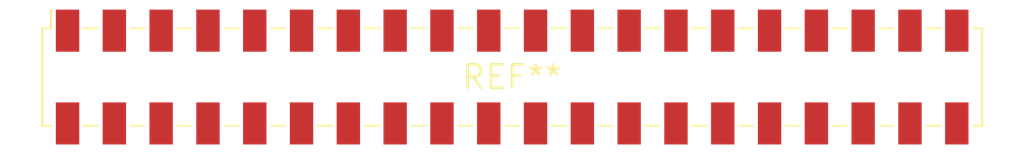
<source format=kicad_pcb>
(kicad_pcb (version 20240108) (generator pcbnew)
  (layers (0 "F.Cu" signal) (31 "B.Cu" signal) (34 "B.Paste" user) (35 "F.Paste" user) (36 "B.SilkS" user "B.Silkscreen") (37 "F.SilkS" user "F.Silkscreen") (38 "B.Mask" user) (39 "F.Mask" user) (44 "Edge.Cuts" user))
  (net 0 "")
  (footprint "Samtec_HLE-120-02-xxx-DV_2x20_P2.54mm_Horizontal" (layer "F.Cu") (at 0 0)
    (property "Reference" "REF**")
    (property "Value" "Samtec_HLE-120-02-xxx-DV_2x20_P2.54mm_Horizontal")
    (fp_line (start -25.51 -2.65) (end -25.51 2.65) (layer "F.SilkS") (stroke (width 0.12)))
    (fp_line (start -25.51 2.65) (end -25.025 2.65) (layer "F.SilkS") (stroke (width 0.12)))
    (fp_line (start -25.025 -3.67) (end -25.025 -2.65) (layer "F.SilkS") (stroke (width 0.12)))
    (fp_line (start -25.025 -2.65) (end -25.51 -2.65) (layer "F.SilkS") (stroke (width 0.12)))
    (fp_line (start -23.235 -2.65) (end -22.485 -2.65) (layer "F.SilkS") (stroke (width 0.12)))
    (fp_line (start -23.235 2.65) (end -22.485 2.65) (layer "F.SilkS") (stroke (width 0.12)))
    (fp_line (start -20.695 -2.65) (end -19.945 -2.65) (layer "F.SilkS") (stroke (width 0.12)))
    (fp_line (start -20.695 2.65) (end -19.945 2.65) (layer "F.SilkS") (stroke (width 0.12)))
    (fp_line (start -18.155 -2.65) (end -17.405 -2.65) (layer "F.SilkS") (stroke (width 0.12)))
    (fp_line (start -18.155 2.65) (end -17.405 2.65) (layer "F.SilkS") (stroke (width 0.12)))
    (fp_line (start -15.615 -2.65) (end -14.865 -2.65) (layer "F.SilkS") (stroke (width 0.12)))
    (fp_line (start -15.615 2.65) (end -14.865 2.65) (layer "F.SilkS") (stroke (width 0.12)))
    (fp_line (start -13.075 -2.65) (end -12.325 -2.65) (layer "F.SilkS") (stroke (width 0.12)))
    (fp_line (start -13.075 2.65) (end -12.325 2.65) (layer "F.SilkS") (stroke (width 0.12)))
    (fp_line (start -10.535 -2.65) (end -9.785 -2.65) (layer "F.SilkS") (stroke (width 0.12)))
    (fp_line (start -10.535 2.65) (end -9.785 2.65) (layer "F.SilkS") (stroke (width 0.12)))
    (fp_line (start -7.995 -2.65) (end -7.245 -2.65) (layer "F.SilkS") (stroke (width 0.12)))
    (fp_line (start -7.995 2.65) (end -7.245 2.65) (layer "F.SilkS") (stroke (width 0.12)))
    (fp_line (start -5.455 -2.65) (end -4.705 -2.65) (layer "F.SilkS") (stroke (width 0.12)))
    (fp_line (start -5.455 2.65) (end -4.705 2.65) (layer "F.SilkS") (stroke (width 0.12)))
    (fp_line (start -2.915 -2.65) (end -2.165 -2.65) (layer "F.SilkS") (stroke (width 0.12)))
    (fp_line (start -2.915 2.65) (end -2.165 2.65) (layer "F.SilkS") (stroke (width 0.12)))
    (fp_line (start -0.375 -2.65) (end 0.375 -2.65) (layer "F.SilkS") (stroke (width 0.12)))
    (fp_line (start -0.375 2.65) (end 0.375 2.65) (layer "F.SilkS") (stroke (width 0.12)))
    (fp_line (start 2.165 -2.65) (end 2.915 -2.65) (layer "F.SilkS") (stroke (width 0.12)))
    (fp_line (start 2.165 2.65) (end 2.915 2.65) (layer "F.SilkS") (stroke (width 0.12)))
    (fp_line (start 4.705 -2.65) (end 5.455 -2.65) (layer "F.SilkS") (stroke (width 0.12)))
    (fp_line (start 4.705 2.65) (end 5.455 2.65) (layer "F.SilkS") (stroke (width 0.12)))
    (fp_line (start 7.245 -2.65) (end 7.995 -2.65) (layer "F.SilkS") (stroke (width 0.12)))
    (fp_line (start 7.245 2.65) (end 7.995 2.65) (layer "F.SilkS") (stroke (width 0.12)))
    (fp_line (start 9.785 -2.65) (end 10.535 -2.65) (layer "F.SilkS") (stroke (width 0.12)))
    (fp_line (start 9.785 2.65) (end 10.535 2.65) (layer "F.SilkS") (stroke (width 0.12)))
    (fp_line (start 12.325 -2.65) (end 13.075 -2.65) (layer "F.SilkS") (stroke (width 0.12)))
    (fp_line (start 12.325 2.65) (end 13.075 2.65) (layer "F.SilkS") (stroke (width 0.12)))
    (fp_line (start 14.865 -2.65) (end 15.615 -2.65) (layer "F.SilkS") (stroke (width 0.12)))
    (fp_line (start 14.865 2.65) (end 15.615 2.65) (layer "F.SilkS") (stroke (width 0.12)))
    (fp_line (start 17.405 -2.65) (end 18.155 -2.65) (layer "F.SilkS") (stroke (width 0.12)))
    (fp_line (start 17.405 2.65) (end 18.155 2.65) (layer "F.SilkS") (stroke (width 0.12)))
    (fp_line (start 19.945 -2.65) (end 20.695 -2.65) (layer "F.SilkS") (stroke (width 0.12)))
    (fp_line (start 19.945 2.65) (end 20.695 2.65) (layer "F.SilkS") (stroke (width 0.12)))
    (fp_line (start 22.485 -2.65) (end 23.235 -2.65) (layer "F.SilkS") (stroke (width 0.12)))
    (fp_line (start 22.485 2.65) (end 23.235 2.65) (layer "F.SilkS") (stroke (width 0.12)))
    (fp_line (start 25.025 -2.65) (end 25.51 -2.65) (layer "F.SilkS") (stroke (width 0.12)))
    (fp_line (start 25.51 -2.65) (end 25.51 2.65) (layer "F.SilkS") (stroke (width 0.12)))
    (fp_line (start 25.51 2.65) (end 25.025 2.65) (layer "F.SilkS") (stroke (width 0.12)))
    (pad "1" smd rect (at -24.13 -2.525) (size 1.27 2.29) (layers "F.Cu" "F.Paste" "F.Mask"))
    (pad "2" smd rect (at -24.13 2.525) (size 1.27 2.29) (layers "F.Cu" "F.Paste" "F.Mask"))
    (pad "3" smd rect (at -21.59 -2.525) (size 1.27 2.29) (layers "F.Cu" "F.Paste" "F.Mask"))
    (pad "4" smd rect (at -21.59 2.525) (size 1.27 2.29) (layers "F.Cu" "F.Paste" "F.Mask"))
    (pad "5" smd rect (at -19.05 -2.525) (size 1.27 2.29) (layers "F.Cu" "F.Paste" "F.Mask"))
    (pad "6" smd rect (at -19.05 2.525) (size 1.27 2.29) (layers "F.Cu" "F.Paste" "F.Mask"))
    (pad "7" smd rect (at -16.51 -2.525) (size 1.27 2.29) (layers "F.Cu" "F.Paste" "F.Mask"))
    (pad "8" smd rect (at -16.51 2.525) (size 1.27 2.29) (layers "F.Cu" "F.Paste" "F.Mask"))
    (pad "9" smd rect (at -13.97 -2.525) (size 1.27 2.29) (layers "F.Cu" "F.Paste" "F.Mask"))
    (pad "10" smd rect (at -13.97 2.525) (size 1.27 2.29) (layers "F.Cu" "F.Paste" "F.Mask"))
    (pad "11" smd rect (at -11.43 -2.525) (size 1.27 2.29) (layers "F.Cu" "F.Paste" "F.Mask"))
    (pad "12" smd rect (at -11.43 2.525) (size 1.27 2.29) (layers "F.Cu" "F.Paste" "F.Mask"))
    (pad "13" smd rect (at -8.89 -2.525) (size 1.27 2.29) (layers "F.Cu" "F.Paste" "F.Mask"))
    (pad "14" smd rect (at -8.89 2.525) (size 1.27 2.29) (layers "F.Cu" "F.Paste" "F.Mask"))
    (pad "15" smd rect (at -6.35 -2.525) (size 1.27 2.29) (layers "F.Cu" "F.Paste" "F.Mask"))
    (pad "16" smd rect (at -6.35 2.525) (size 1.27 2.29) (layers "F.Cu" "F.Paste" "F.Mask"))
    (pad "17" smd rect (at -3.81 -2.525) (size 1.27 2.29) (layers "F.Cu" "F.Paste" "F.Mask"))
    (pad "18" smd rect (at -3.81 2.525) (size 1.27 2.29) (layers "F.Cu" "F.Paste" "F.Mask"))
    (pad "19" smd rect (at -1.27 -2.525) (size 1.27 2.29) (layers "F.Cu" "F.Paste" "F.Mask"))
    (pad "20" smd rect (at -1.27 2.525) (size 1.27 2.29) (layers "F.Cu" "F.Paste" "F.Mask"))
    (pad "21" smd rect (at 1.27 -2.525) (size 1.27 2.29) (layers "F.Cu" "F.Paste" "F.Mask"))
    (pad "22" smd rect (at 1.27 2.525) (size 1.27 2.29) (layers "F.Cu" "F.Paste" "F.Mask"))
    (pad "23" smd rect (at 3.81 -2.525) (size 1.27 2.29) (layers "F.Cu" "F.Paste" "F.Mask"))
    (pad "24" smd rect (at 3.81 2.525) (size 1.27 2.29) (layers "F.Cu" "F.Paste" "F.Mask"))
    (pad "25" smd rect (at 6.35 -2.525) (size 1.27 2.29) (layers "F.Cu" "F.Paste" "F.Mask"))
    (pad "26" smd rect (at 6.35 2.525) (size 1.27 2.29) (layers "F.Cu" "F.Paste" "F.Mask"))
    (pad "27" smd rect (at 8.89 -2.525) (size 1.27 2.29) (layers "F.Cu" "F.Paste" "F.Mask"))
    (pad "28" smd rect (at 8.89 2.525) (size 1.27 2.29) (layers "F.Cu" "F.Paste" "F.Mask"))
    (pad "29" smd rect (at 11.43 -2.525) (size 1.27 2.29) (layers "F.Cu" "F.Paste" "F.Mask"))
    (pad "30" smd rect (at 11.43 2.525) (size 1.27 2.29) (layers "F.Cu" "F.Paste" "F.Mask"))
    (pad "31" smd rect (at 13.97 -2.525) (size 1.27 2.29) (layers "F.Cu" "F.Paste" "F.Mask"))
    (pad "32" smd rect (at 13.97 2.525) (size 1.27 2.29) (layers "F.Cu" "F.Paste" "F.Mask"))
    (pad "33" smd rect (at 16.51 -2.525) (size 1.27 2.29) (layers "F.Cu" "F.Paste" "F.Mask"))
    (pad "34" smd rect (at 16.51 2.525) (size 1.27 2.29) (layers "F.Cu" "F.Paste" "F.Mask"))
    (pad "35" smd rect (at 19.05 -2.525) (size 1.27 2.29) (layers "F.Cu" "F.Paste" "F.Mask"))
    (pad "36" smd rect (at 19.05 2.525) (size 1.27 2.29) (layers "F.Cu" "F.Paste" "F.Mask"))
    (pad "37" smd rect (at 21.59 -2.525) (size 1.27 2.29) (layers "F.Cu" "F.Paste" "F.Mask"))
    (pad "38" smd rect (at 21.59 2.525) (size 1.27 2.29) (layers "F.Cu" "F.Paste" "F.Mask"))
    (pad "39" smd rect (at 24.13 -2.525) (size 1.27 2.29) (layers "F.Cu" "F.Paste" "F.Mask"))
    (pad "40" smd rect (at 24.13 2.525) (size 1.27 2.29) (layers "F.Cu" "F.Paste" "F.Mask"))
  )
)
</source>
